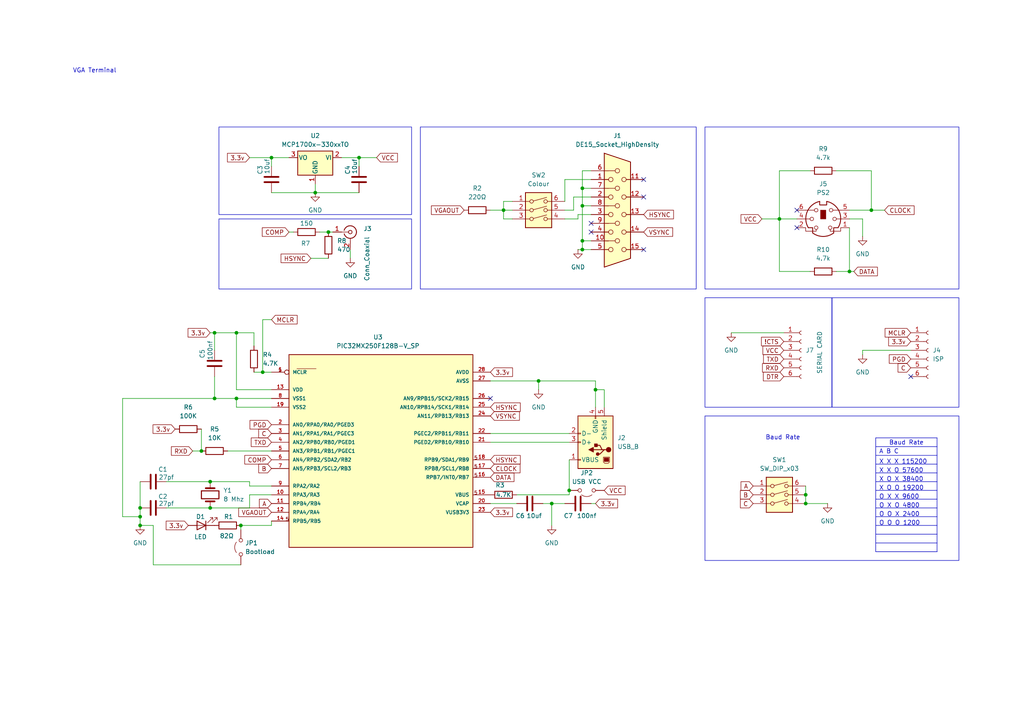
<source format=kicad_sch>
(kicad_sch (version 20250114) (generator "eeschema") (generator_version "9.0")
  (paper "A4")
  (lib_symbols
    (symbol "Connector:Conn_01x06_Socket" (pin_names (offset 1.016) (hide yes))
      (property "Reference" "J" (at 0 7.62 0))
      (property "Value" "Conn_01x06_Socket" (at 0 -10.16 0))
      (symbol "Conn_01x06_Socket_1_1"
        (polyline (pts (xy -1.27 5.08) (xy -0.508 5.08)) (stroke (width 0.1524)))
        (polyline (pts (xy -1.27 2.54) (xy -0.508 2.54)) (stroke (width 0.1524)))
        (polyline (pts (xy -1.27 0) (xy -0.508 0)) (stroke (width 0.1524)))
        (polyline (pts (xy -1.27 -2.54) (xy -0.508 -2.54)) (stroke (width 0.1524)))
        (polyline (pts (xy -1.27 -5.08) (xy -0.508 -5.08)) (stroke (width 0.1524)))
        (polyline (pts (xy -1.27 -7.62) (xy -0.508 -7.62)) (stroke (width 0.1524)))
        (arc (start 0 4.572) (mid -0.5058 5.08) (end 0 5.588) (stroke (width 0.1524)))
        (arc (start 0 2.032) (mid -0.5058 2.54) (end 0 3.048) (stroke (width 0.1524)))
        (arc (start 0 -0.508) (mid -0.5058 0) (end 0 0.508) (stroke (width 0.1524)))
        (arc (start 0 -3.048) (mid -0.5058 -2.54) (end 0 -2.032) (stroke (width 0.1524)))
        (arc (start 0 -5.588) (mid -0.5058 -5.08) (end 0 -4.572) (stroke (width 0.1524)))
        (arc (start 0 -8.128) (mid -0.5058 -7.62) (end 0 -7.112) (stroke (width 0.1524)))
        (pin passive line (at -5.08 5.08 0) (length 3.81) (name "Pin_1") (number "1"))
        (pin passive line (at -5.08 2.54 0) (length 3.81) (name "Pin_2") (number "2"))
        (pin passive line (at -5.08 0 0) (length 3.81) (name "Pin_3") (number "3"))
        (pin passive line (at -5.08 -2.54 0) (length 3.81) (name "Pin_4") (number "4"))
        (pin passive line (at -5.08 -5.08 0) (length 3.81) (name "Pin_5") (number "5"))
        (pin passive line (at -5.08 -7.62 0) (length 3.81) (name "Pin_6") (number "6"))
      )
    )
    (symbol "Connector:Conn_Coaxial" (pin_names (offset 1.016) (hide yes))
      (property "Reference" "J" (at 0.254 3.048 0))
      (property "Value" "Conn_Coaxial" (at 2.921 0 90))
      (symbol "Conn_Coaxial_0_1"
        (polyline (pts (xy -2.54 0) (xy -0.508 0)))
        (arc (start 1.778 0) (mid 0.222 -1.8079) (end -1.778 -0.508) (stroke (width 0.254)))
        (arc (start -1.778 0.508) (mid 0.2221 1.8084) (end 1.778 0) (stroke (width 0.254)))
        (circle (center 0 0) (radius 0.508) (stroke (width 0.2032)))
        (polyline (pts (xy 0 -2.54) (xy 0 -1.778)))
      )
      (symbol "Conn_Coaxial_1_1"
        (pin passive line (at -5.08 0 0) (length 2.54) (name "In") (number "1"))
        (pin passive line (at 0 -5.08 90) (length 2.54) (name "Ext") (number "2"))
      )
    )
    (symbol "Connector:DE15_Socket_HighDensity" (pin_names (offset 1.016) (hide yes))
      (property "Reference" "J" (at 0 21.59 0))
      (property "Value" "DE15_Socket_HighDensity" (at 0 19.05 0))
      (symbol "DE15_Socket_HighDensity_0_1"
        (polyline (pts (xy -3.81 17.78) (xy -3.81 -15.24) (xy 3.81 -12.7) (xy 3.81 15.24) (xy -3.81 17.78)) (stroke (width 0.254)) (fill (type background)))
        (polyline (pts (xy -3.175 7.62) (xy -0.635 7.62)))
        (circle (center -1.905 10.16) (radius 0.635))
        (circle (center -1.905 5.08) (radius 0.635))
        (circle (center -1.905 0) (radius 0.635))
        (circle (center -1.905 -5.08) (radius 0.635))
        (circle (center -1.905 -10.16) (radius 0.635))
        (polyline (pts (xy -0.635 12.7) (xy -3.175 12.7)))
        (polyline (pts (xy -0.635 2.54) (xy -3.175 2.54)))
        (polyline (pts (xy -0.635 -2.54) (xy -3.175 -2.54)))
        (polyline (pts (xy -0.635 -7.62) (xy -3.175 -7.62)))
        (circle (center 0 12.7) (radius 0.635))
        (circle (center 0 7.62) (radius 0.635))
        (circle (center 0 2.54) (radius 0.635))
        (circle (center 0 -2.54) (radius 0.635))
        (circle (center 0 -7.62) (radius 0.635))
        (circle (center 1.905 10.16) (radius 0.635))
        (circle (center 1.905 5.08) (radius 0.635))
        (circle (center 1.905 0) (radius 0.635))
        (circle (center 1.905 -5.08) (radius 0.635))
        (circle (center 1.905 -10.16) (radius 0.635))
      )
      (symbol "DE15_Socket_HighDensity_1_1"
        (pin passive line (at -7.62 12.7 0) (length 5.08) (name "~") (number "6"))
        (pin passive line (at -7.62 10.16 0) (length 5.08) (name "~") (number "1"))
        (pin passive line (at -7.62 7.62 0) (length 5.08) (name "~") (number "7"))
        (pin passive line (at -7.62 5.08 0) (length 5.08) (name "~") (number "2"))
        (pin passive line (at -7.62 2.54 0) (length 5.08) (name "~") (number "8"))
        (pin passive line (at -7.62 0 0) (length 5.08) (name "~") (number "3"))
        (pin passive line (at -7.62 -2.54 0) (length 5.08) (name "~") (number "9"))
        (pin passive line (at -7.62 -5.08 0) (length 5.08) (name "~") (number "4"))
        (pin passive line (at -7.62 -7.62 0) (length 5.08) (name "~") (number "10"))
        (pin passive line (at -7.62 -10.16 0) (length 5.08) (name "~") (number "5"))
        (pin passive line (at 7.62 10.16 180) (length 5.08) (name "~") (number "11"))
        (pin passive line (at 7.62 5.08 180) (length 5.08) (name "~") (number "12"))
        (pin passive line (at 7.62 0 180) (length 5.08) (name "~") (number "13"))
        (pin passive line (at 7.62 -5.08 180) (length 5.08) (name "~") (number "14"))
        (pin passive line (at 7.62 -10.16 180) (length 5.08) (name "~") (number "15"))
      )
    )
    (symbol "Connector:Mini-DIN-6" (pin_names (offset 1.016))
      (property "Reference" "J" (at 0 6.35 0))
      (property "Value" "Mini-DIN-6" (at 0 -6.35 0))
      (symbol "Mini-DIN-6_0_1"
        (polyline (pts (xy -4.318 -2.54) (xy -3.048 -2.54) (xy -3.048 -4.064)) (stroke (width 0.254)))
        (polyline (pts (xy -3.81 0) (xy -5.08 0)))
        (circle (center -3.302 0) (radius 0.508))
        (polyline (pts (xy -2.54 2.54) (xy -5.08 2.54)))
        (circle (center -2.032 2.54) (radius 0.508))
        (circle (center -2.032 -2.54) (radius 0.508))
        (polyline (pts (xy -2.032 -3.048) (xy -2.032 -3.556) (xy -5.08 -3.556) (xy -5.08 -2.54)))
        (polyline (pts (xy -1.016 5.08) (xy -1.016 4.064) (xy 1.016 4.064) (xy 1.016 5.08)) (stroke (width 0.254)))
        (rectangle (start -0.762 2.54) (end 0.762 0) (fill (type outline)))
        (arc (start 3.048 -4.064) (mid 0 -5.08) (end -3.048 -4.064) (stroke (width 0.254)))
        (arc (start 1.016 5.08) (mid 4.6646 2.1356) (end 4.318 -2.54) (stroke (width 0.254)))
        (arc (start -4.318 -2.54) (mid -4.6241 2.1181) (end -1.016 5.08) (stroke (width 0.254)))
        (circle (center 2.032 -2.54) (radius 0.508))
        (polyline (pts (xy 2.032 -3.048) (xy 2.032 -3.556) (xy 5.08 -3.556) (xy 5.08 -2.54)))
        (circle (center 2.286 2.54) (radius 0.508))
        (polyline (pts (xy 2.794 2.54) (xy 5.08 2.54)))
        (circle (center 3.302 0) (radius 0.508))
        (polyline (pts (xy 4.318 -2.54) (xy 3.048 -2.54) (xy 3.048 -4.064)) (stroke (width 0.254)))
        (polyline (pts (xy 5.08 0) (xy 3.81 0)))
      )
      (symbol "Mini-DIN-6_1_1"
        (pin passive line (at -7.62 2.54 0) (length 2.54) (name "~") (number "6"))
        (pin passive line (at -7.62 0 0) (length 2.54) (name "~") (number "4"))
        (pin passive line (at -7.62 -2.54 0) (length 2.54) (name "~") (number "2"))
        (pin passive line (at 7.62 2.54 180) (length 2.54) (name "~") (number "5"))
        (pin passive line (at 7.62 0 180) (length 2.54) (name "~") (number "3"))
        (pin passive line (at 7.62 -2.54 180) (length 2.54) (name "~") (number "1"))
      )
    )
    (symbol "Connector:USB_B" (pin_names (offset 1.016))
      (property "Reference" "J" (at -5.08 11.43 0))
      (property "Value" "USB_B" (at -5.08 8.89 0))
      (symbol "USB_B_0_1"
        (rectangle (start -5.08 -7.62) (end 5.08 7.62) (stroke (width 0.254)) (fill (type background)))
        (polyline (pts (xy -4.064 4.318) (xy -2.286 4.318) (xy -2.286 5.715) (xy -2.667 6.096) (xy -3.683 6.096) (xy -4.064 5.715) (xy -4.064 4.318)))
        (rectangle (start -3.81 5.588) (end -2.54 4.572) (fill (type outline)))
        (circle (center -3.81 2.159) (radius 0.635) (stroke (width 0.254)) (fill (type outline)))
        (polyline (pts (xy -3.175 2.159) (xy -2.54 2.159) (xy -1.27 3.429) (xy -0.635 3.429)) (stroke (width 0.254)))
        (polyline (pts (xy -2.54 2.159) (xy -1.905 2.159) (xy -1.27 0.889) (xy 0 0.889)) (stroke (width 0.254)))
        (polyline (pts (xy -1.905 2.159) (xy 0.635 2.159)) (stroke (width 0.254)))
        (circle (center -0.635 3.429) (radius 0.381) (stroke (width 0.254)) (fill (type outline)))
        (rectangle (start -0.127 -7.62) (end 0.127 -6.858))
        (rectangle (start 0.254 1.27) (end -0.508 0.508) (stroke (width 0.254)) (fill (type outline)))
        (polyline (pts (xy 0.635 2.794) (xy 0.635 1.524) (xy 1.905 2.159) (xy 0.635 2.794)) (stroke (width 0.254)) (fill (type outline)))
        (rectangle (start 5.08 4.953) (end 4.318 5.207))
        (rectangle (start 5.08 -0.127) (end 4.318 0.127))
        (rectangle (start 5.08 -2.667) (end 4.318 -2.413))
      )
      (symbol "USB_B_1_1"
        (pin passive line (at -2.54 -10.16 90) (length 2.54) (name "Shield") (number "5"))
        (pin power_out line (at 0 -10.16 90) (length 2.54) (name "GND") (number "4"))
        (pin power_out line (at 7.62 5.08 180) (length 2.54) (name "VBUS") (number "1"))
        (pin bidirectional line (at 7.62 0 180) (length 2.54) (name "D+") (number "3"))
        (pin bidirectional line (at 7.62 -2.54 180) (length 2.54) (name "D-") (number "2"))
      )
    )
    (symbol "Device:C" (pin_numbers (hide yes)) (pin_names (offset 0.254))
      (property "Reference" "C" (at 0.635 2.54 0))
      (property "Value" "C" (at 0.635 -2.54 0))
      (symbol "C_0_1"
        (polyline (pts (xy -2.032 0.762) (xy 2.032 0.762)) (stroke (width 0.508)))
        (polyline (pts (xy -2.032 -0.762) (xy 2.032 -0.762)) (stroke (width 0.508)))
      )
      (symbol "C_1_1"
        (pin passive line (at 0 3.81 270) (length 2.794) (name "~") (number "1"))
        (pin passive line (at 0 -3.81 90) (length 2.794) (name "~") (number "2"))
      )
    )
    (symbol "Device:Crystal" (pin_numbers (hide yes)) (pin_names (offset 1.016) (hide yes))
      (property "Reference" "Y" (at 0 3.81 0))
      (property "Value" "Crystal" (at 0 -3.81 0))
      (symbol "Crystal_0_1"
        (polyline (pts (xy -2.54 0) (xy -1.905 0)))
        (polyline (pts (xy -1.905 -1.27) (xy -1.905 1.27)) (stroke (width 0.508)))
        (rectangle (start -1.143 2.54) (end 1.143 -2.54) (stroke (width 0.3048)))
        (polyline (pts (xy 1.905 -1.27) (xy 1.905 1.27)) (stroke (width 0.508)))
        (polyline (pts (xy 2.54 0) (xy 1.905 0)))
      )
      (symbol "Crystal_1_1"
        (pin passive line (at -3.81 0 0) (length 1.27) (name "1") (number "1"))
        (pin passive line (at 3.81 0 180) (length 1.27) (name "2") (number "2"))
      )
    )
    (symbol "Device:LED" (pin_numbers (hide yes)) (pin_names (offset 1.016) (hide yes))
      (property "Reference" "D" (at 0 2.54 0))
      (property "Value" "LED" (at 0 -2.54 0))
      (symbol "LED_0_1"
        (polyline (pts (xy -3.048 -0.762) (xy -4.572 -2.286) (xy -3.81 -2.286) (xy -4.572 -2.286) (xy -4.572 -1.524)))
        (polyline (pts (xy -1.778 -0.762) (xy -3.302 -2.286) (xy -2.54 -2.286) (xy -3.302 -2.286) (xy -3.302 -1.524)))
        (polyline (pts (xy -1.27 0) (xy 1.27 0)))
        (polyline (pts (xy -1.27 -1.27) (xy -1.27 1.27)) (stroke (width 0.254)))
        (polyline (pts (xy 1.27 -1.27) (xy 1.27 1.27) (xy -1.27 0) (xy 1.27 -1.27)) (stroke (width 0.254)))
      )
      (symbol "LED_1_1"
        (pin passive line (at -3.81 0 0) (length 2.54) (name "K") (number "1"))
        (pin passive line (at 3.81 0 180) (length 2.54) (name "A") (number "2"))
      )
    )
    (symbol "Device:R" (pin_numbers (hide yes)) (pin_names (offset 0))
      (property "Reference" "R" (at 2.032 0 90))
      (property "Value" "R" (at 0 0 90))
      (symbol "R_0_1"
        (rectangle (start -1.016 -2.54) (end 1.016 2.54) (stroke (width 0.254)))
      )
      (symbol "R_1_1"
        (pin passive line (at 0 3.81 270) (length 1.27) (name "~") (number "1"))
        (pin passive line (at 0 -3.81 90) (length 1.27) (name "~") (number "2"))
      )
    )
    (symbol "Jumper:Jumper_2_Open" (pin_numbers (hide yes)) (pin_names (offset 0) (hide yes))
      (property "Reference" "JP" (at 0 2.794 0))
      (property "Value" "Jumper_2_Open" (at 0 -2.286 0))
      (symbol "Jumper_2_Open_0_0"
        (circle (center -2.032 0) (radius 0.508))
        (circle (center 2.032 0) (radius 0.508))
      )
      (symbol "Jumper_2_Open_0_1"
        (arc (start -1.524 1.27) (mid 0 1.778) (end 1.524 1.27))
      )
      (symbol "Jumper_2_Open_1_1"
        (pin passive line (at -5.08 0 0) (length 2.54) (name "A") (number "1"))
        (pin passive line (at 5.08 0 180) (length 2.54) (name "B") (number "2"))
      )
    )
    (symbol "New_Library:PIC32MX250F128B-V_SP" (pin_names (offset 1.016))
      (property "Reference" "U" (at -40.1619 28.4691 0))
      (property "Value" "PIC32MX250F128B-V_SP" (at -40.184 -30.2652 0))
      (symbol "PIC32MX250F128B-V_SP_0_0"
        (rectangle (start -40.64 -27.94) (end 12.7 27.94) (stroke (width 0.254)) (fill (type background)))
        (polyline (pts (xy -32.766 23.876) (xy -38.354 23.876)) (stroke (width 0.127)))
        (text "5" (at -43.8041 22.9208 0) (effects (font (size 1.0187 1.0187)) (justify left bottom)))
        (text "5" (at -41.7406 -20.3612 0) (effects (font (size 1.0181 1.0181)) (justify left bottom)))
        (text "5" (at 12.9604 -12.7063 0) (effects (font (size 1.0165 1.0165)) (justify left bottom)))
        (text "5" (at 12.9688 -5.0858 0) (effects (font (size 1.0172 1.0172)) (justify left bottom)))
        (text "5" (at 12.9864 -2.5463 0) (effects (font (size 1.0185 1.0185)) (justify left bottom)))
        (text "5" (at 12.9909 -7.6417 0) (effects (font (size 1.0189 1.0189)) (justify left bottom)))
        (pin bidirectional inverted (at -45.72 22.86 0) (length 5.08) (name "MCLR") (number "1"))
        (pin bidirectional line (at -45.72 17.78 0) (length 5.08) (name "VDD") (number "13"))
        (pin bidirectional line (at -45.72 15.24 0) (length 5.08) (name "VSS1") (number "8"))
        (pin bidirectional line (at -45.72 12.7 0) (length 5.08) (name "VSS2") (number "19"))
        (pin bidirectional line (at -45.72 7.62 0) (length 5.08) (name "AN0/RPA0/RA0/PGED3") (number "2"))
        (pin bidirectional line (at -45.72 5.08 0) (length 5.08) (name "AN1/RPA1/RA1/PGEC3") (number "3"))
        (pin bidirectional line (at -45.72 2.54 0) (length 5.08) (name "AN2/RPB0/RB0/PGED1") (number "4"))
        (pin bidirectional line (at -45.72 0 0) (length 5.08) (name "AN3/RPB1/RB1/PGEC1") (number "5"))
        (pin bidirectional line (at -45.72 -2.54 0) (length 5.08) (name "AN4/RPB2/SDA2/RB2") (number "6"))
        (pin bidirectional line (at -45.72 -5.08 0) (length 5.08) (name "AN5/RPB3/SCL2/RB3") (number "7"))
        (pin bidirectional line (at -45.72 -10.16 0) (length 5.08) (name "RPA2/RA2") (number "9"))
        (pin bidirectional line (at -45.72 -12.7 0) (length 5.08) (name "RPA3/RA3") (number "10"))
        (pin bidirectional line (at -45.72 -15.24 0) (length 5.08) (name "RPB4/RB4") (number "11"))
        (pin bidirectional line (at -45.72 -17.78 0) (length 5.08) (name "RPA4/RA4") (number "12"))
        (pin bidirectional line (at -45.72 -20.32 0) (length 5.08) (name "RPB5/RB5") (number "14"))
        (pin bidirectional line (at 17.78 22.86 180) (length 5.08) (name "AVDD") (number "28"))
        (pin bidirectional line (at 17.78 20.32 180) (length 5.08) (name "AVSS") (number "27"))
        (pin bidirectional line (at 17.78 15.24 180) (length 5.08) (name "AN9/RPB15/SCK2/RB15") (number "26"))
        (pin bidirectional line (at 17.78 12.7 180) (length 5.08) (name "AN10/RPB14/SCK1/RB14") (number "25"))
        (pin bidirectional line (at 17.78 10.16 180) (length 5.08) (name "AN11/RPB13/RB13") (number "24"))
        (pin bidirectional line (at 17.78 5.08 180) (length 5.08) (name "PGEC2/RPB11/RB11") (number "22"))
        (pin bidirectional line (at 17.78 2.54 180) (length 5.08) (name "PGED2/RPB10/RB10") (number "21"))
        (pin bidirectional line (at 17.78 -2.54 180) (length 5.08) (name "RPB9/SDA1/RB9") (number "18"))
        (pin bidirectional line (at 17.78 -5.08 180) (length 5.08) (name "RPB8/SCL1/RB8") (number "17"))
        (pin bidirectional line (at 17.78 -7.62 180) (length 5.08) (name "RPB7/INT0/RB7") (number "16"))
        (pin bidirectional line (at 17.78 -12.7 180) (length 5.08) (name "VBUS") (number "15"))
        (pin bidirectional line (at 17.78 -15.24 180) (length 5.08) (name "VCAP") (number "20"))
        (pin bidirectional line (at 17.78 -17.78 180) (length 5.08) (name "VUSB3V3") (number "23"))
      )
    )
    (symbol "Regulator_Linear:MCP1700x-330xxTO" (pin_names (offset 0.254))
      (property "Reference" "U" (at -3.81 -3.175 0))
      (property "Value" "MCP1700x-330xxTO" (at 0 -3.175 0))
      (symbol "MCP1700x-330xxTO_0_1"
        (rectangle (start -5.08 5.08) (end 5.08 -1.905) (stroke (width 0.254)) (fill (type background)))
      )
      (symbol "MCP1700x-330xxTO_1_1"
        (pin power_in line (at -7.62 0 0) (length 2.54) (name "VI") (number "2"))
        (pin power_in line (at 0 7.62 270) (length 2.54) (name "GND") (number "1"))
        (pin power_out line (at 7.62 0 180) (length 2.54) (name "VO") (number "3"))
      )
    )
    (symbol "Switch:SW_DIP_x03" (pin_names (offset 0) (hide yes))
      (property "Reference" "SW" (at 0 6.35 0))
      (property "Value" "SW_DIP_x03" (at 0 -6.35 0))
      (symbol "SW_DIP_x03_0_0"
        (circle (center -2.032 2.54) (radius 0.508))
        (circle (center -2.032 0) (radius 0.508))
        (circle (center -2.032 -2.54) (radius 0.508))
        (polyline (pts (xy -1.524 2.667) (xy 2.3622 3.7084)))
        (polyline (pts (xy -1.524 0.127) (xy 2.3622 1.1684)))
        (polyline (pts (xy -1.524 -2.413) (xy 2.3622 -1.3716)))
        (circle (center 2.032 2.54) (radius 0.508))
        (circle (center 2.032 0) (radius 0.508))
        (circle (center 2.032 -2.54) (radius 0.508))
      )
      (symbol "SW_DIP_x03_0_1"
        (rectangle (start -3.81 5.08) (end 3.81 -5.08) (stroke (width 0.254)) (fill (type background)))
      )
      (symbol "SW_DIP_x03_1_1"
        (pin passive line (at -7.62 2.54 0) (length 5.08) (name "~") (number "1"))
        (pin passive line (at -7.62 0 0) (length 5.08) (name "~") (number "2"))
        (pin passive line (at -7.62 -2.54 0) (length 5.08) (name "~") (number "3"))
        (pin passive line (at 7.62 2.54 180) (length 5.08) (name "~") (number "6"))
        (pin passive line (at 7.62 0 180) (length 5.08) (name "~") (number "5"))
        (pin passive line (at 7.62 -2.54 180) (length 5.08) (name "~") (number "4"))
      )
    )
    (symbol "power:GND" (power) (pin_numbers (hide yes)) (pin_names (offset 0) (hide yes))
      (property "Value" "GND" (at 0 -3.81 0))
      (symbol "GND_0_1"
        (polyline (pts (xy 0 0) (xy 0 -1.27) (xy 1.27 -1.27) (xy 0 -2.54) (xy -1.27 -1.27) (xy 0 -1.27)))
      )
      (symbol "GND_1_1"
        (pin power_in line (at 0 0 270) (length 0) (name "~") (number "1"))
      )
    )
  )
  (rectangle (start 204.47 86.36) (end 241.3 118.11))
  (rectangle (start 241.3 86.36) (end 278.13 118.11))
  (rectangle (start 121.92 36.83) (end 201.93 83.82))
  (rectangle (start 204.47 36.83) (end 278.13 83.82))
  (rectangle (start 204.47 120.65) (end 278.13 162.56))
  (text "Baud Rate" (at 227.076 127 0) (effects (font (size 1.27 1.27))))
  (text "VGA Terminal " (at 27.94 20.574 0) (effects (font (size 1.27 1.27))))
  (text_box "" (at 63.5 36.83 0) (size 55.88 25.4) (margins 0.9525 0.9525 0.9525 0.9525) (effects (font (size 1.27 1.27)) (justify left top)))
  (text_box "" (at 63.5 63.5 0) (size 55.88 20.32) (margins 0.9525 0.9525 0.9525 0.9525) (effects (font (size 1.27 1.27)) (justify left top)))
  (junction (at 69.85 152.4))
  (junction (at 104.14 45.72))
  (junction (at 168.91 59.69))
  (junction (at 68.58 96.52))
  (junction (at 40.64 147.32))
  (junction (at 252.73 60.96))
  (junction (at 40.64 149.86))
  (junction (at 62.23 115.57))
  (junction (at 233.68 143.51))
  (junction (at 40.64 152.4))
  (junction (at 165.1 142.24))
  (junction (at 91.44 55.88))
  (junction (at 168.91 69.85))
  (junction (at 60.96 147.32))
  (junction (at 168.91 54.61))
  (junction (at 246.38 78.74))
  (junction (at 226.06 63.5))
  (junction (at 58.42 130.81))
  (junction (at 146.05 60.96))
  (junction (at 76.2 107.95))
  (junction (at 95.25 67.31))
  (junction (at 233.68 146.05))
  (junction (at 68.58 115.57))
  (junction (at 168.91 72.39))
  (junction (at 78.74 45.72))
  (junction (at 62.23 96.52))
  (junction (at 60.96 139.7))
  (junction (at 160.02 146.05))
  (junction (at 156.21 110.49))
  (junction (at 172.72 113.03))
  (no_connect (at 186.69 72.39))
  (no_connect (at 186.69 52.07))
  (no_connect (at 171.45 64.77))
  (no_connect (at 171.45 67.31))
  (no_connect (at 186.69 57.15))
  (no_connect (at 231.14 60.96))
  (no_connect (at 231.14 66.04))
  (no_connect (at 264.16 109.22))
  (no_connect (at 142.24 115.57))
  (wire (pts (xy 168.91 54.61) (xy 171.45 54.61)))
  (wire (pts (xy 148.59 60.96) (xy 146.05 60.96)))
  (wire (pts (xy 234.95 49.53) (xy 226.06 49.53)))
  (wire (pts (xy 72.39 140.97) (xy 72.39 139.7)))
  (wire (pts (xy 252.73 60.96) (xy 256.54 60.96)))
  (wire (pts (xy 172.72 113.03) (xy 172.72 110.49)))
  (wire (pts (xy 234.95 78.74) (xy 226.06 78.74)))
  (wire (pts (xy 92.71 67.31) (xy 95.25 67.31)))
  (wire (pts (xy 163.83 52.07) (xy 171.45 52.07)))
  (wire (pts (xy 44.45 163.83) (xy 44.45 152.4)))
  (wire (pts (xy 78.74 45.72) (xy 83.82 45.72)))
  (wire (pts (xy 44.45 152.4) (xy 40.64 152.4)))
  (wire (pts (xy 250.19 101.6) (xy 250.19 102.87)))
  (wire (pts (xy 160.02 146.05) (xy 163.83 146.05)))
  (wire (pts (xy 172.72 110.49) (xy 156.21 110.49)))
  (wire (pts (xy 250.19 63.5) (xy 250.19 68.58)))
  (wire (pts (xy 242.57 78.74) (xy 246.38 78.74)))
  (wire (pts (xy 90.17 74.93) (xy 95.25 74.93)))
  (wire (pts (xy 167.64 63.5) (xy 167.64 62.23)))
  (wire (pts (xy 252.73 60.96) (xy 246.38 60.96)))
  (wire (pts (xy 78.74 152.4) (xy 69.85 152.4)))
  (wire (pts (xy 168.91 69.85) (xy 171.45 69.85)))
  (wire (pts (xy 233.68 146.05) (xy 240.03 146.05)))
  (wire (pts (xy 226.06 78.74) (xy 226.06 63.5)))
  (wire (pts (xy 58.42 124.46) (xy 58.42 130.81)))
  (wire (pts (xy 175.26 113.03) (xy 172.72 113.03)))
  (wire (pts (xy 66.04 130.81) (xy 78.74 130.81)))
  (wire (pts (xy 62.23 96.52) (xy 68.58 96.52)))
  (wire (pts (xy 35.56 149.86) (xy 40.64 149.86)))
  (wire (pts (xy 167.64 62.23) (xy 171.45 62.23)))
  (wire (pts (xy 163.83 60.96) (xy 166.37 60.96)))
  (wire (pts (xy 252.73 49.53) (xy 252.73 60.96)))
  (wire (pts (xy 233.68 143.51) (xy 233.68 146.05)))
  (wire (pts (xy 78.74 118.11) (xy 68.58 118.11)))
  (wire (pts (xy 72.39 140.97) (xy 78.74 140.97)))
  (wire (pts (xy 142.24 60.96) (xy 146.05 60.96)))
  (wire (pts (xy 48.26 147.32) (xy 60.96 147.32)))
  (wire (pts (xy 168.91 69.85) (xy 168.91 72.39)))
  (wire (pts (xy 165.1 142.24) (xy 165.1 143.51)))
  (wire (pts (xy 72.39 45.72) (xy 78.74 45.72)))
  (wire (pts (xy 246.38 63.5) (xy 250.19 63.5)))
  (wire (pts (xy 156.21 110.49) (xy 156.21 113.03)))
  (wire (pts (xy 242.57 49.53) (xy 252.73 49.53)))
  (wire (pts (xy 73.66 107.95) (xy 76.2 107.95)))
  (wire (pts (xy 78.74 115.57) (xy 68.58 115.57)))
  (wire (pts (xy 60.96 96.52) (xy 62.23 96.52)))
  (wire (pts (xy 160.02 146.05) (xy 160.02 152.4)))
  (wire (pts (xy 212.09 96.52) (xy 227.33 96.52)))
  (wire (pts (xy 246.38 66.04) (xy 246.38 78.74)))
  (wire (pts (xy 78.74 45.72) (xy 78.74 48.26)))
  (wire (pts (xy 68.58 115.57) (xy 62.23 115.57)))
  (wire (pts (xy 62.23 115.57) (xy 35.56 115.57)))
  (wire (pts (xy 146.05 58.42) (xy 146.05 60.96)))
  (wire (pts (xy 175.26 118.11) (xy 175.26 113.03)))
  (wire (pts (xy 69.85 152.4) (xy 69.85 153.67)))
  (wire (pts (xy 68.58 113.03) (xy 78.74 113.03)))
  (wire (pts (xy 104.14 45.72) (xy 104.14 48.26)))
  (wire (pts (xy 91.44 53.34) (xy 91.44 55.88)))
  (wire (pts (xy 168.91 59.69) (xy 171.45 59.69)))
  (wire (pts (xy 142.24 110.49) (xy 156.21 110.49)))
  (wire (pts (xy 226.06 63.5) (xy 231.14 63.5)))
  (wire (pts (xy 226.06 49.53) (xy 226.06 63.5)))
  (wire (pts (xy 168.91 54.61) (xy 168.91 59.69)))
  (wire (pts (xy 78.74 151.13) (xy 78.74 152.4)))
  (wire (pts (xy 165.1 143.51) (xy 149.86 143.51)))
  (wire (pts (xy 78.74 143.51) (xy 72.39 143.51)))
  (wire (pts (xy 104.14 45.72) (xy 99.06 45.72)))
  (wire (pts (xy 40.64 147.32) (xy 40.64 149.86)))
  (wire (pts (xy 40.64 139.7) (xy 40.64 147.32)))
  (wire (pts (xy 101.6 72.39) (xy 101.6 74.93)))
  (wire (pts (xy 83.82 67.31) (xy 85.09 67.31)))
  (wire (pts (xy 148.59 63.5) (xy 146.05 63.5)))
  (wire (pts (xy 168.91 49.53) (xy 168.91 54.61)))
  (wire (pts (xy 73.66 100.33) (xy 73.66 96.52)))
  (wire (pts (xy 91.44 55.88) (xy 104.14 55.88)))
  (wire (pts (xy 78.74 92.71) (xy 76.2 92.71)))
  (wire (pts (xy 76.2 107.95) (xy 78.74 107.95)))
  (wire (pts (xy 55.88 130.81) (xy 58.42 130.81)))
  (wire (pts (xy 95.25 67.31) (xy 96.52 67.31)))
  (wire (pts (xy 264.16 101.6) (xy 250.19 101.6)))
  (wire (pts (xy 168.91 59.69) (xy 168.91 69.85)))
  (wire (pts (xy 220.98 63.5) (xy 226.06 63.5)))
  (wire (pts (xy 142.24 125.73) (xy 165.1 125.73)))
  (wire (pts (xy 72.39 143.51) (xy 72.39 147.32)))
  (wire (pts (xy 165.1 133.35) (xy 165.1 142.24)))
  (wire (pts (xy 73.66 96.52) (xy 68.58 96.52)))
  (wire (pts (xy 171.45 72.39) (xy 168.91 72.39)))
  (wire (pts (xy 48.26 139.7) (xy 60.96 139.7)))
  (wire (pts (xy 157.48 146.05) (xy 160.02 146.05)))
  (wire (pts (xy 76.2 92.71) (xy 76.2 107.95)))
  (wire (pts (xy 35.56 115.57) (xy 35.56 149.86)))
  (wire (pts (xy 168.91 72.39) (xy 167.64 72.39)))
  (wire (pts (xy 62.23 109.22) (xy 62.23 115.57)))
  (wire (pts (xy 246.38 78.74) (xy 247.65 78.74)))
  (wire (pts (xy 60.96 147.32) (xy 72.39 147.32)))
  (wire (pts (xy 163.83 63.5) (xy 167.64 63.5)))
  (wire (pts (xy 142.24 146.05) (xy 149.86 146.05)))
  (wire (pts (xy 146.05 63.5) (xy 146.05 60.96)))
  (wire (pts (xy 62.23 96.52) (xy 62.23 101.6)))
  (wire (pts (xy 68.58 118.11) (xy 68.58 115.57)))
  (wire (pts (xy 60.96 139.7) (xy 72.39 139.7)))
  (wire (pts (xy 171.45 146.05) (xy 172.72 146.05)))
  (wire (pts (xy 166.37 57.15) (xy 171.45 57.15)))
  (wire (pts (xy 171.45 49.53) (xy 168.91 49.53)))
  (wire (pts (xy 78.74 55.88) (xy 91.44 55.88)))
  (wire (pts (xy 109.22 45.72) (xy 104.14 45.72)))
  (wire (pts (xy 172.72 118.11) (xy 172.72 113.03)))
  (wire (pts (xy 142.24 128.27) (xy 165.1 128.27)))
  (wire (pts (xy 69.85 163.83) (xy 44.45 163.83)))
  (wire (pts (xy 166.37 60.96) (xy 166.37 57.15)))
  (wire (pts (xy 68.58 96.52) (xy 68.58 113.03)))
  (wire (pts (xy 163.83 58.42) (xy 163.83 52.07)))
  (wire (pts (xy 148.59 58.42) (xy 146.05 58.42)))
  (wire (pts (xy 233.68 140.97) (xy 233.68 143.51)))
  (wire (pts (xy 40.64 149.86) (xy 40.64 152.4)))
  (table (column_count 1) (border (external yes) (header yes)) (separators (rows yes) (cols yes)) (column_widths 17.78) (row_heights 2.54 2.54 2.54 2.54 2.54 2.54 2.54 2.54 2.54 2.54 2.54 2.54 2.54 -7.62) (cells (table_cell "Baud Rate" (at 254 127 0) (size 17.78 2.54) (margins 0.9525 0.9525 0.9525 0.9525) (span 1 1)) (table_cell "A B C" (at 254 129.54 0) (size 17.78 2.54) (margins 0.9525 0.9525 0.9525 0.9525) (span 1 1)) (table_cell "X X X 115200" (at 254 132.08 0) (size 17.78 2.54) (margins 0.9525 0.9525 0.9525 0.9525) (span 1 1)) (table_cell "X X O 57600 " (at 254 134.62 0) (size 17.78 2.54) (margins 0.9525 0.9525 0.9525 0.9525) (span 1 1)) (table_cell "X O X 38400" (at 254 137.16 0) (size 17.78 2.54) (margins 0.9525 0.9525 0.9525 0.9525) (span 1 1)) (table_cell "X O O 19200" (at 254 139.7 0) (size 17.78 2.54) (margins 0.9525 0.9525 0.9525 0.9525) (span 1 1)) (table_cell "O X X 9600" (at 254 142.24 0) (size 17.78 2.54) (margins 0.9525 0.9525 0.9525 0.9525) (span 1 1)) (table_cell "O X O 4800" (at 254 144.78 0) (size 17.78 2.54) (margins 0.9525 0.9525 0.9525 0.9525) (span 1 1)) (table_cell "O O X 2400" (at 254 147.32 0) (size 17.78 2.54) (margins 0.9525 0.9525 0.9525 0.9525) (span 1 1)) (table_cell "O O O 1200" (at 254 149.86 0) (size 17.78 2.54) (margins 0.9525 0.9525 0.9525 0.9525) (span 1 1)) (table_cell "" (at 254 152.4 0) (size 17.78 2.54) (margins 0.9525 0.9525 0.9525 0.9525) (span 1 1)) (table_cell "" (at 254 154.94 0) (size 17.78 2.54) (margins 0.9525 0.9525 0.9525 0.9525) (span 1 1)) (table_cell "" (at 254 157.48 0) (size 17.78 2.54) (margins 0.9525 0.9525 0.9525 0.9525) (span 1 1)) (table_cell "" (at 254 160.02 0) (size 17.78 -7.62) (margins 0.9525 0.9525 0.9525 0.9525) (span 1 1))))
  (global_label "3.3v" (shape input) (at 172.72 146.05 0) (property "Intersheetrefs" "${INTERSHEET_REFS}" (effects (hide yes))))
  (global_label "TXD" (shape input) (at 227.33 104.14 180) (property "Intersheetrefs" "${INTERSHEET_REFS}" (effects (hide yes))))
  (global_label "VCC" (shape input) (at 227.33 101.6 180) (property "Intersheetrefs" "${INTERSHEET_REFS}" (effects (hide yes))))
  (global_label "DTR" (shape input) (at 227.33 109.22 180) (property "Intersheetrefs" "${INTERSHEET_REFS}" (effects (hide yes))))
  (global_label "C" (shape input) (at 264.16 106.68 180) (property "Intersheetrefs" "${INTERSHEET_REFS}" (effects (hide yes))))
  (global_label "3.3v" (shape input) (at 54.61 152.4 180) (property "Intersheetrefs" "${INTERSHEET_REFS}" (effects (hide yes))))
  (global_label "3.3v" (shape input) (at 72.39 45.72 180) (property "Intersheetrefs" "${INTERSHEET_REFS}" (effects (hide yes))))
  (global_label "MCLR" (shape input) (at 78.74 92.71 0) (property "Intersheetrefs" "${INTERSHEET_REFS}" (effects (hide yes))))
  (global_label "B" (shape input) (at 218.44 143.51 180) (property "Intersheetrefs" "${INTERSHEET_REFS}" (effects (hide yes))))
  (global_label "VGAOUT" (shape input) (at 78.74 148.59 180) (property "Intersheetrefs" "${INTERSHEET_REFS}" (effects (hide yes))))
  (global_label "HSYNC" (shape input) (at 90.17 74.93 180) (property "Intersheetrefs" "${INTERSHEET_REFS}" (effects (hide yes))))
  (global_label "A" (shape input) (at 78.74 146.05 180) (property "Intersheetrefs" "${INTERSHEET_REFS}" (effects (hide yes))))
  (global_label "HSYNC" (shape input) (at 186.69 62.23 0) (property "Intersheetrefs" "${INTERSHEET_REFS}" (effects (hide yes))))
  (global_label "CLOCK" (shape input) (at 256.54 60.96 0) (property "Intersheetrefs" "${INTERSHEET_REFS}" (effects (hide yes))))
  (global_label "DATA" (shape input) (at 142.24 138.43 0) (property "Intersheetrefs" "${INTERSHEET_REFS}" (effects (hide yes))))
  (global_label "3.3v" (shape input) (at 142.24 148.59 0) (property "Intersheetrefs" "${INTERSHEET_REFS}" (effects (hide yes))))
  (global_label "VCC" (shape input) (at 109.22 45.72 0) (property "Intersheetrefs" "${INTERSHEET_REFS}" (effects (hide yes))))
  (global_label "!CTS" (shape input) (at 227.33 99.06 180) (property "Intersheetrefs" "${INTERSHEET_REFS}" (effects (hide yes))))
  (global_label "B" (shape input) (at 78.74 135.89 180) (property "Intersheetrefs" "${INTERSHEET_REFS}" (effects (hide yes))))
  (global_label "CLOCK" (shape input) (at 142.24 135.89 0) (property "Intersheetrefs" "${INTERSHEET_REFS}" (effects (hide yes))))
  (global_label "3.3v" (shape input) (at 142.24 107.95 0) (property "Intersheetrefs" "${INTERSHEET_REFS}" (effects (hide yes))))
  (global_label "DATA" (shape input) (at 247.65 78.74 0) (property "Intersheetrefs" "${INTERSHEET_REFS}" (effects (hide yes))))
  (global_label "VCC" (shape input) (at 175.26 142.24 0) (property "Intersheetrefs" "${INTERSHEET_REFS}" (effects (hide yes))))
  (global_label "RXD" (shape input) (at 227.33 106.68 180) (property "Intersheetrefs" "${INTERSHEET_REFS}" (effects (hide yes))))
  (global_label "PGD" (shape input) (at 78.74 123.19 180) (property "Intersheetrefs" "${INTERSHEET_REFS}" (effects (hide yes))))
  (global_label "C" (shape input) (at 218.44 146.05 180) (property "Intersheetrefs" "${INTERSHEET_REFS}" (effects (hide yes))))
  (global_label "HSYNC" (shape input) (at 142.24 133.35 0) (property "Intersheetrefs" "${INTERSHEET_REFS}" (effects (hide yes))))
  (global_label "MCLR" (shape input) (at 264.16 96.52 180) (property "Intersheetrefs" "${INTERSHEET_REFS}" (effects (hide yes))))
  (global_label "RXD" (shape input) (at 55.88 130.81 180) (property "Intersheetrefs" "${INTERSHEET_REFS}" (effects (hide yes))))
  (global_label "COMP" (shape input) (at 83.82 67.31 180) (property "Intersheetrefs" "${INTERSHEET_REFS}" (effects (hide yes))))
  (global_label "A" (shape input) (at 218.44 140.97 180) (property "Intersheetrefs" "${INTERSHEET_REFS}" (effects (hide yes))))
  (global_label "VCC" (shape input) (at 220.98 63.5 180) (property "Intersheetrefs" "${INTERSHEET_REFS}" (effects (hide yes))))
  (global_label "PGD" (shape input) (at 264.16 104.14 180) (property "Intersheetrefs" "${INTERSHEET_REFS}" (effects (hide yes))))
  (global_label "HSYNC" (shape input) (at 142.24 118.11 0) (property "Intersheetrefs" "${INTERSHEET_REFS}" (effects (hide yes))))
  (global_label "3.3v" (shape input) (at 264.16 99.06 180) (property "Intersheetrefs" "${INTERSHEET_REFS}" (effects (hide yes))))
  (global_label "VGAOUT" (shape input) (at 134.62 60.96 180) (property "Intersheetrefs" "${INTERSHEET_REFS}" (effects (hide yes))))
  (global_label "COMP" (shape input) (at 78.74 133.35 180) (property "Intersheetrefs" "${INTERSHEET_REFS}" (effects (hide yes))))
  (global_label "TXD" (shape input) (at 78.74 128.27 180) (property "Intersheetrefs" "${INTERSHEET_REFS}" (effects (hide yes))))
  (global_label "VSYNC" (shape input) (at 186.69 67.31 0) (property "Intersheetrefs" "${INTERSHEET_REFS}" (effects (hide yes))))
  (global_label "C" (shape input) (at 78.74 125.73 180) (property "Intersheetrefs" "${INTERSHEET_REFS}" (effects (hide yes))))
  (global_label "VSYNC" (shape input) (at 142.24 120.65 0) (property "Intersheetrefs" "${INTERSHEET_REFS}" (effects (hide yes))))
  (global_label "3.3v" (shape input) (at 60.96 96.52 180) (property "Intersheetrefs" "${INTERSHEET_REFS}" (effects (hide yes))))
  (global_label "3.3v" (shape input) (at 50.8 124.46 180) (property "Intersheetrefs" "${INTERSHEET_REFS}" (effects (hide yes))))
  (symbol (lib_id "Device:Crystal") (at 60.96 143.51 90) (unit 1)
    (property "Reference" "Y1" (at 64.77 142.2399 90) (effects (justify right)))
    (property "Value" "8 Mhz" (at 64.77 144.7799 90) (effects (justify right)))
    (property "Description" "Two pin crystal" (effects (hide yes)))
  )
  (symbol (lib_id "Regulator_Linear:MCP1700x-330xxTO") (at 91.44 45.72 180) (unit 1)
    (property "Reference" "U2" (at 91.44 39.37 0))
    (property "Value" "MCP1700x-330xxTO" (at 91.44 41.91 0))
    (property "Footprint" "Package_TO_SOT_THT:TO-92_Inline" (effects (hide yes)))
    (property "Datasheet" "http://ww1.microchip.com/downloads/en/DeviceDoc/20001826D.pdf" (effects (hide yes)))
    (property "Description" "250mA Low Quiscent Current LDO, 3.3V output, TO-92" (effects (hide yes)))
  )
  (symbol (lib_id "Device:C") (at 167.64 146.05 270) (unit 1)
    (property "Reference" "C7" (at 164.846 149.606 90))
    (property "Value" "100nf" (at 170.18 149.606 90))
    (property "Description" "Unpolarized capacitor" (effects (hide yes)))
  )
  (symbol (lib_id "Device:C") (at 78.74 52.07 180) (unit 1)
    (property "Reference" "C3" (at 75.438 49.276 90))
    (property "Value" "10uf" (at 77.47 48.26 90))
    (property "Description" "Unpolarized capacitor" (effects (hide yes)))
  )
  (symbol (lib_id "New_Library:PIC32MX250F128B-V_SP") (at 124.46 130.81 0) (unit 1)
    (property "Reference" "U3" (at 109.6278 97.79 0))
    (property "Value" "PIC32MX250F128B-V_SP" (at 109.6278 100.33 0))
    (property "Footprint" "PIC32MX250F128B-V_SP:DIP254P762X508-28" (effects (hide yes)))
    (property "MF" "Microchip" (effects (hide yes)))
    (property "Description_1" "32 Bit MCU, 128KB Flash, 32KB RAM, 40 MHz, 28 Pin, 3 Comp, CTMU, RTCC | Microchip Technology Inc. PIC32MX250F128B-V/SP" (effects (hide yes)))
    (property "Package" "SPDIP-28 Microchip" (effects (hide yes)))
    (property "Price" "None" (effects (hide yes)))
    (property "SnapEDA_Link" "https://www.snapeda.com/parts/PIC32MX250F128B-V/SP/Microchip/view-part/?ref=snap" (effects (hide yes)))
    (property "MP" "PIC32MX250F128B-V/SP" (effects (hide yes)))
    (property "Availability" "In Stock" (effects (hide yes)))
    (property "Check_prices" "https://www.snapeda.com/parts/PIC32MX250F128B-V/SP/Microchip/view-part/?ref=eda" (effects (hide yes)))
  )
  (symbol (lib_id "power:GND") (at 212.09 96.52 0) (unit 1)
    (property "Reference" "#PWR01" (effects (hide yes)))
    (property "Value" "GND" (at 212.09 101.6 0))
    (property "Description" "Power symbol creates a global label with name \"GND\" , ground" (effects (hide yes)))
  )
  (symbol (lib_id "Switch:SW_DIP_x03") (at 156.21 60.96 0) (unit 1)
    (property "Reference" "SW2" (at 156.21 50.8 0))
    (property "Value" "Colour" (at 156.21 53.34 0))
    (property "Footprint" "Button_Switch_THT:SW_DIP_SPSTx03_Slide_6.7x9.18mm_W7.62mm_P2.54mm_LowProfile" (effects (hide yes)))
    (property "Description" "3x DIP Switch, Single Pole Single Throw (SPST) switch, small symbol" (effects (hide yes)))
  )
  (symbol (lib_id "Device:R") (at 146.05 143.51 90) (unit 1)
    (property "Reference" "R3" (at 145.034 140.716 90))
    (property "Value" "4.7K" (at 146.05 143.51 90))
    (property "Description" "Resistor" (effects (hide yes)))
  )
  (symbol (lib_id "Connector:Mini-DIN-6") (at 238.76 63.5 0) (unit 1)
    (property "Reference" "J5" (at 238.7777 53.34 0))
    (property "Value" "PS2" (at 238.7777 55.88 0))
    (property "Datasheet" "http://service.powerdynamics.com/ec/Catalog17/Section%2011.pdf" (effects (hide yes)))
    (property "Description" "6-pin Mini-DIN connector" (effects (hide yes)))
  )
  (symbol (lib_id "Connector:Conn_Coaxial") (at 101.6 67.31 0) (unit 1)
    (property "Reference" "J3" (at 105.41 66.3331 0) (effects (justify left)))
    (property "Value" "Conn_Coaxial" (at 106.426 81.534 90) (effects (justify left)))
    (property "Description" "coaxial connector (BNC, SMA, SMB, SMC, Cinch/RCA, LEMO, ...)" (effects (hide yes)))
  )
  (symbol (lib_id "power:GND") (at 156.21 113.03 0) (unit 1)
    (property "Reference" "#PWR02" (effects (hide yes)))
    (property "Value" "GND" (at 156.21 118.11 0))
    (property "Description" "Power symbol creates a global label with name \"GND\" , ground" (effects (hide yes)))
  )
  (symbol (lib_id "power:GND") (at 240.03 146.05 0) (unit 1)
    (property "Reference" "#PWR06" (effects (hide yes)))
    (property "Value" "GND" (at 240.03 151.13 0))
    (property "Description" "Power symbol creates a global label with name \"GND\" , ground" (effects (hide yes)))
  )
  (symbol (lib_id "Device:C") (at 153.67 146.05 270) (unit 1)
    (property "Reference" "C6" (at 150.876 149.606 90))
    (property "Value" "10uf" (at 154.94 149.606 90))
    (property "Description" "Unpolarized capacitor" (effects (hide yes)))
  )
  (symbol (lib_id "Switch:SW_DIP_x03") (at 226.06 143.51 0) (unit 1)
    (property "Reference" "SW1" (at 226.06 133.35 0))
    (property "Value" "SW_DIP_x03" (at 226.06 135.89 0))
    (property "Footprint" "Button_Switch_THT:SW_DIP_SPSTx03_Slide_6.7x9.18mm_W7.62mm_P2.54mm_LowProfile" (effects (hide yes)))
    (property "Description" "3x DIP Switch, Single Pole Single Throw (SPST) switch, small symbol" (effects (hide yes)))
  )
  (symbol (lib_id "Device:R") (at 238.76 78.74 90) (unit 1)
    (property "Reference" "R10" (at 238.76 72.39 90))
    (property "Value" "4.7k" (at 238.76 74.93 90))
    (property "Description" "Resistor" (effects (hide yes)))
  )
  (symbol (lib_id "Connector:USB_B") (at 172.72 128.27 180) (unit 1)
    (property "Reference" "J2" (at 179.07 126.9999 0) (effects (justify right)))
    (property "Value" "USB_B" (at 179.07 129.5399 0) (effects (justify right)))
    (property "Description" "USB Type B connector" (effects (hide yes)))
  )
  (symbol (lib_id "Device:R") (at 54.61 124.46 90) (unit 1)
    (property "Reference" "R6" (at 54.61 118.11 90))
    (property "Value" "100K" (at 54.61 120.65 90))
    (property "Description" "Resistor" (effects (hide yes)))
  )
  (symbol (lib_id "Device:R") (at 138.43 60.96 90) (unit 1)
    (property "Reference" "R2" (at 138.43 54.61 90))
    (property "Value" "220Ω" (at 138.43 57.15 90))
    (property "Description" "Resistor" (effects (hide yes)))
  )
  (symbol (lib_id "Device:C") (at 44.45 147.32 90) (unit 1)
    (property "Reference" "C2" (at 47.244 144.018 90))
    (property "Value" "27pf" (at 48.26 146.05 90))
    (property "Description" "Unpolarized capacitor" (effects (hide yes)))
  )
  (symbol (lib_id "Device:R") (at 95.25 71.12 0) (unit 1)
    (property "Reference" "R8" (at 97.79 69.8499 0) (effects (justify left)))
    (property "Value" "470" (at 97.79 72.3899 0) (effects (justify left)))
    (property "Description" "Resistor" (effects (hide yes)))
  )
  (symbol (lib_id "power:GND") (at 250.19 68.58 0) (unit 1)
    (property "Reference" "#PWR09" (effects (hide yes)))
    (property "Value" "GND" (at 250.19 73.66 0))
    (property "Description" "Power symbol creates a global label with name \"GND\" , ground" (effects (hide yes)))
  )
  (symbol (lib_id "Jumper:Jumper_2_Open") (at 69.85 158.75 90) (unit 1)
    (property "Reference" "JP1" (at 71.12 157.4799 90) (effects (justify right)))
    (property "Value" "Bootload" (at 71.12 160.0199 90) (effects (justify right)))
    (property "Description" "Jumper, 2-pole, open" (effects (hide yes)))
  )
  (symbol (lib_id "power:GND") (at 101.6 74.93 0) (unit 1)
    (property "Reference" "#PWR07" (effects (hide yes)))
    (property "Value" "GND" (at 101.6 80.01 0))
    (property "Description" "Power symbol creates a global label with name \"GND\" , ground" (effects (hide yes)))
  )
  (symbol (lib_id "power:GND") (at 160.02 152.4 0) (unit 1)
    (property "Reference" "#PWR05" (effects (hide yes)))
    (property "Value" "GND" (at 160.02 157.48 0))
    (property "Description" "Power symbol creates a global label with name \"GND\" , ground" (effects (hide yes)))
  )
  (symbol (lib_id "Connector:Conn_01x06_Socket") (at 232.41 101.6 0) (unit 1)
    (property "Reference" "J7" (at 233.68 101.5999 0) (effects (justify left)))
    (property "Value" "SERIAL CARD" (at 237.744 108.458 90) (effects (justify left)))
    (property "Footprint" "Connector_PinHeader_2.54mm:PinHeader_1x06_P2.54mm_Horizontal" (effects (hide yes)))
    (property "Description" "Generic connector, single row, 01x06, script generated" (effects (hide yes)))
  )
  (symbol (lib_id "Device:C") (at 104.14 52.07 180) (unit 1)
    (property "Reference" "C4" (at 100.838 49.276 90))
    (property "Value" "10uf" (at 102.87 48.26 90))
    (property "Description" "Unpolarized capacitor" (effects (hide yes)))
  )
  (symbol (lib_id "Device:LED") (at 58.42 152.4 180) (unit 1)
    (property "Reference" "D1" (at 58.166 149.86 0))
    (property "Value" "LED" (at 58.166 155.702 0))
    (property "Description" "Light emitting diode" (effects (hide yes)))
    (property "Sim.Pins" "1=K 2=A" (effects (hide yes)))
  )
  (symbol (lib_id "Device:R") (at 238.76 49.53 90) (unit 1)
    (property "Reference" "R9" (at 238.76 43.18 90))
    (property "Value" "4.7k" (at 238.76 45.72 90))
    (property "Description" "Resistor" (effects (hide yes)))
  )
  (symbol (lib_id "Connector:DE15_Socket_HighDensity") (at 179.07 62.23 0) (unit 1)
    (property "Reference" "J1" (at 179.07 39.37 0))
    (property "Value" "DE15_Socket_HighDensity" (at 179.07 41.91 0))
    (property "Description" "15-pin D-SUB connector, socket (female), High density (3 columns), Triple Row, Generic, VGA-connector" (effects (hide yes)))
  )
  (symbol (lib_id "Jumper:Jumper_2_Open") (at 170.18 142.24 180) (unit 1)
    (property "Reference" "JP2" (at 170.18 137.16 0))
    (property "Value" "USB VCC" (at 170.18 139.7 0))
    (property "Description" "Jumper, 2-pole, open" (effects (hide yes)))
  )
  (symbol (lib_id "power:GND") (at 91.44 55.88 0) (unit 1)
    (property "Reference" "#PWR04" (effects (hide yes)))
    (property "Value" "GND" (at 91.44 60.96 0))
    (property "Description" "Power symbol creates a global label with name \"GND\" , ground" (effects (hide yes)))
  )
  (symbol (lib_id "Connector:Conn_01x06_Socket") (at 269.24 101.6 0) (unit 1)
    (property "Reference" "J4" (at 270.51 101.5999 0) (effects (justify left)))
    (property "Value" "ISP" (at 270.51 104.1399 0) (effects (justify left)))
    (property "Footprint" "Connector_PinHeader_2.54mm:PinHeader_1x06_P2.54mm_Horizontal" (effects (hide yes)))
    (property "Description" "Generic connector, single row, 01x06, script generated" (effects (hide yes)))
  )
  (symbol (lib_id "Device:R") (at 62.23 130.81 90) (unit 1)
    (property "Reference" "R5" (at 62.23 124.46 90))
    (property "Value" "10K" (at 62.23 127 90))
    (property "Description" "Resistor" (effects (hide yes)))
  )
  (symbol (lib_id "Device:R") (at 66.04 152.4 90) (unit 1)
    (property "Reference" "R1" (at 66.294 149.86 90))
    (property "Value" "82Ω" (at 65.786 155.448 90))
    (property "Description" "Resistor" (effects (hide yes)))
  )
  (symbol (lib_id "power:GND") (at 167.64 72.39 0) (unit 1)
    (property "Reference" "#PWR010" (effects (hide yes)))
    (property "Value" "GND" (at 167.64 77.47 0))
    (property "Description" "Power symbol creates a global label with name \"GND\" , ground" (effects (hide yes)))
  )
  (symbol (lib_id "Device:C") (at 62.23 105.41 180) (unit 1)
    (property "Reference" "C5" (at 58.674 102.616 90))
    (property "Value" "100nf" (at 60.96 101.6 90))
    (property "Description" "Unpolarized capacitor" (effects (hide yes)))
  )
  (symbol (lib_id "Device:R") (at 73.66 104.14 0) (unit 1)
    (property "Reference" "R4" (at 76.2 102.8699 0) (effects (justify left)))
    (property "Value" "4.7K" (at 76.2 105.4099 0) (effects (justify left)))
    (property "Description" "Resistor" (effects (hide yes)))
  )
  (symbol (lib_id "power:GND") (at 250.19 102.87 0) (unit 1)
    (property "Reference" "#PWR08" (effects (hide yes)))
    (property "Value" "GND" (at 250.19 107.95 0))
    (property "Description" "Power symbol creates a global label with name \"GND\" , ground" (effects (hide yes)))
  )
  (symbol (lib_id "Device:R") (at 88.9 67.31 90) (unit 1)
    (property "Reference" "R7" (at 88.646 70.612 90))
    (property "Value" "150" (at 88.9 64.77 90))
    (property "Description" "Resistor" (effects (hide yes)))
  )
  (symbol (lib_id "power:GND") (at 40.64 152.4 0) (unit 1)
    (property "Reference" "#PWR03" (effects (hide yes)))
    (property "Value" "GND" (at 40.64 157.48 0))
    (property "Description" "Power symbol creates a global label with name \"GND\" , ground" (effects (hide yes)))
  )
  (symbol (lib_id "Device:C") (at 44.45 139.7 90) (unit 1)
    (property "Reference" "C1" (at 47.244 136.144 90))
    (property "Value" "27pf" (at 48.26 138.43 90))
    (property "Description" "Unpolarized capacitor" (effects (hide yes)))
  )
)
</source>
